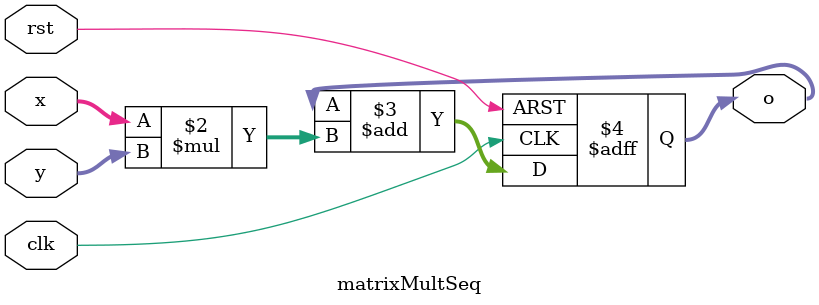
<source format=v>
`timescale 1ns / 1ps

module matrixMultSeq
#(
	parameter N=3,
	parameter M=32
)
(
	clk,
	rst,
	x,
	y,
	o
);
	input clk,rst;
	input[M-1:0] x;
	input[M-1:0] y;
	output reg[M-1:0] o;

	always@(posedge clk or posedge rst)
	begin
		if(rst)
		begin
			o <= 'b0;
		end
		else
		begin
			o <= o + x*y;
		end
	end
endmodule

</source>
